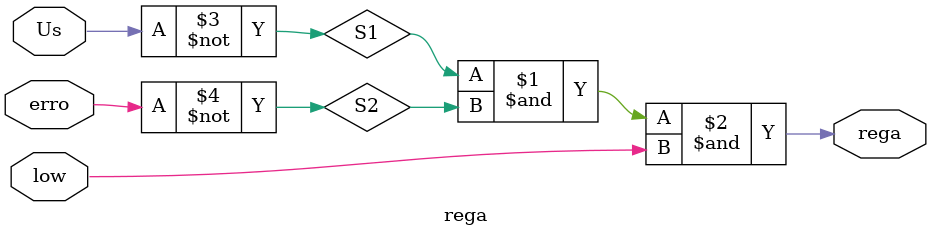
<source format=v>
module rega(input erro, input Us, input low, output rega);

wire S1, S2;

not not1(S1,Us);
not not2(S2,erro);
and and1(rega, S1, S2, low);

endmodule 
</source>
